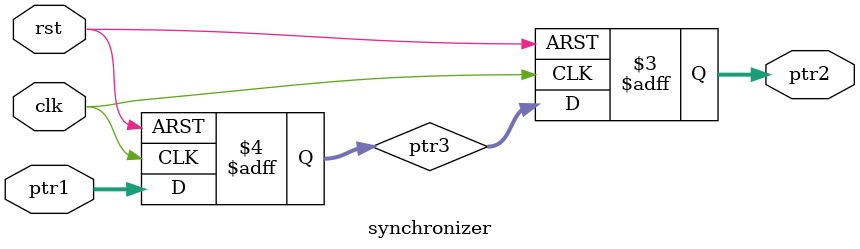
<source format=v>
`timescale 1ns / 1ps



module Afifo(wen,ren,rclk,wclk,datain,dataout,empty,full,rst);
input rclk,wclk;
input wen,ren;
input rst;
input [2:0]datain;
output reg [2:0]dataout;
output empty,full;
reg [3:0] wptr,rptr;
reg [2:0]mem[0:7];
wire [3:0]wptrb2g;
wire [3:0]rptrb2g;
wire [3:0]syncwptr;
wire [3:0]syncrptr;
always@(posedge wclk or posedge rst)
begin 
if (rst)
wptr<=0;
else if (wen && !full)
begin
 mem[wptr[2:0]]<=datain;
 wptr <= wptr +1;
end
end

always@(posedge rclk or posedge rst)
begin
if(rst)
rptr <=0;
else if (ren && !empty)begin
dataout <= mem[rptr[2:0]];
rptr <= rptr+1;
end
end

assign wptrb2g = wptr ^ wptr >> 1;
assign rptrb2g = rptr ^ rptr >> 1;

synchronizer s1 (rclk,wptrb2g,syncwptr,rst);
synchronizer s2 (wclk,rptrb2g,syncrptr,rst);
wire [3:0] wptrg2b = g2b(syncwptr);

assign full = ({~syncwptr[3:2],syncwptr[1:0]}== syncrptr);
assign empty = (wptrg2b  == rptr);
function [3:0] g2b;
    input [3:0] g;
    integer i;
    reg [3:0] temp;
    begin
        temp[3] = g[3];
        for (i = 2; i >= 0; i = i - 1)
            temp[i] = g[i] ^ temp[i+1];
        g2b = temp;  // Return assignment
    end
endfunction




    
endmodule

module synchronizer(clk,ptr1,ptr2,rst);
input clk,rst;
input [3:0]ptr1;
output reg [3:0]ptr2;
reg [3:0]ptr3;
always@ (posedge clk or posedge rst)
begin 
if(rst)
begin
ptr3<=0;
ptr2<=0;
end
else
begin 
ptr3<=ptr1;
ptr2<=ptr3;
end
end
endmodule


</source>
